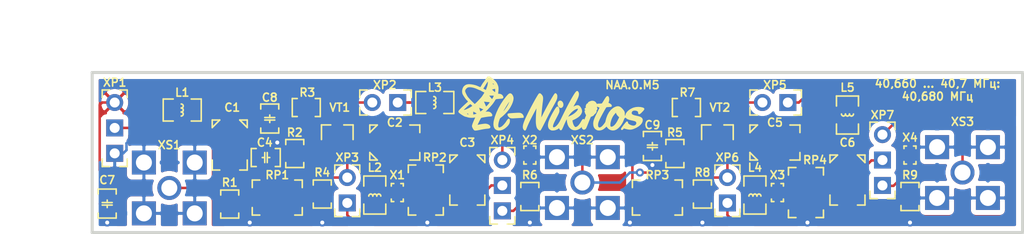
<source format=kicad_pcb>
(kicad_pcb (version 20171130) (host pcbnew "(5.1.4)-1")
  (layers (0 F.Cu signal) (31 B.Cu signal) (34 B.Paste user) (35 F.Paste user) (36 B.SilkS user) (37 F.SilkS user) (38 B.Mask user) (39 F.Mask user) (44 Edge.Cuts user))
  (net 0 "")
  (net 1 "Net-(C1-Pad2)")
  (net 2 "Net-(C1-Pad1)")
  (net 3 "Net-(C2-Pad2)")
  (net 4 "Net-(C2-Pad1)")
  (net 5 "Net-(C3-Pad2)")
  (net 6 "Net-(C3-Pad1)")
  (net 7 "Net-(L1-Pad1)")
  (net 8 "Net-(L2-Pad1)")
  (net 9 "Net-(L3-Pad1)")
  (net 10 /GND)
  (net 11 "Net-(R2-Pad2)")
  (net 12 /kaskad_1/INPUT)
  (net 13 "Net-(R4-Pad1)")
  (net 14 "Net-(R6-Pad1)")
  (net 15 "Net-(X1-Pad2)")
  (net 16 "Net-(X2-Pad2)")
  (net 17 /5V)
  (net 18 /kaskad_1/AMP_1)
  (net 19 "Net-(RP2-Pad3)")
  (net 20 "Net-(X3-Pad2)")
  (net 21 "Net-(C5-Pad2)")
  (net 22 "Net-(C5-Pad1)")
  (net 23 "Net-(C6-Pad2)")
  (net 24 "Net-(C6-Pad1)")
  (net 25 "Net-(L4-Pad1)")
  (net 26 "Net-(L5-Pad1)")
  (net 27 "Net-(R5-Pad2)")
  (net 28 /kaskad_2/INPUT)
  (net 29 /kaskad_2/AMP_1)
  (net 30 "Net-(R8-Pad1)")
  (net 31 "Net-(R9-Pad1)")
  (net 32 "Net-(RP4-Pad3)")
  (net 33 "Net-(X4-Pad2)")
  (net 34 /kaskad_2/OUTPUT)
  (module "MOTOR_RLC:Конденсатор_SMD_К10-83(0603)" (layer F.Cu) (at 170.25 69.25 270)
    (fp_text reference C9 (at -1.25 0) (layer F.SilkS) (effects (font (size 0.8 0.8) (thickness 0.16))))
    (fp_text value Конденсатор_16В_0.1_мкФ+-10проц.)
    (pad 2 smd rect (at 1.75 0 270) (size 0.5 1.25) (layers F.Cu F.Paste F.Mask) (net 10 /GND) (clearance 0.2))
    (pad 1 smd rect (at 0 0 270) (size 0.5 1.25) (layers F.Cu F.Paste F.Mask) (net 17 /5V) (clearance 0.2))
  )
  (module "MOTOR_RLC:Конденсатор_SMD_К10-83(0603)" (layer F.Cu) (at 132 66.5 270)
    (fp_text reference C8 (at -1.25 0 180) (layer F.SilkS) (effects (font (size 0.8 0.8) (thickness 0.16))))
    (fp_text value Конденсатор_16В_0.1_мкФ+-10проц.)
    (pad 2 smd rect (at 1.75 0 270) (size 0.5 1.25) (layers F.Cu F.Paste F.Mask) (net 10 /GND) (clearance 0.2))
    (pad 1 smd rect (at 0 0 270) (size 0.5 1.25) (layers F.Cu F.Paste F.Mask) (net 17 /5V) (clearance 0.2))
  )
  (module "MOTOR_RLC:Конденсатор_SMD_К10-83(0603)" (layer F.Cu) (at 115.75 75 270)
    (fp_text reference C7 (at -1.5 0 180) (layer F.SilkS) (effects (font (size 0.8 0.8) (thickness 0.16))))
    (fp_text value Конденсатор_16В_0.1_мкФ+-10проц.)
    (pad 2 smd rect (at 1.75 0 270) (size 0.5 1.25) (layers F.Cu F.Paste F.Mask) (net 10 /GND) (clearance 0.2))
    (pad 1 smd rect (at 0 0 270) (size 0.5 1.25) (layers F.Cu F.Paste F.Mask) (net 17 /5V) (clearance 0.2))
  )
  (module N_ICO:el-nikitos_19x7 (layer F.Cu) (at 160.5 66.25)
    (fp_text reference D1 hide)
    (fp_text value LOGO hide)
  )
  (module N_X:Вилка_PLS2_вертикальная (layer F.Cu) (at 181.25 65.75)
    (fp_text reference XP5 (at 1.25 -1.75) (layer F.SilkS) (effects (font (size 0.8 0.8) (thickness 0.16))))
    (fp_text value Вилка_PLS-2)
    (pad 2 thru_hole rect (at 2.54 0) (size 1.7 1.7) (drill 1) (layers *.Cu *.Mask) (net 26 "Net-(L5-Pad1)"))
    (pad 1 thru_hole circle (at 0 0) (size 1.7 1.7) (drill 1) (layers *.Cu *.Mask) (net 29 /kaskad_2/AMP_1))
  )
  (module MOTOR_RLC:Резистор_SMD_0603-0,075_Вт (layer F.Cu) (at 172.5 71.75 90)
    (fp_text reference R5 (at 3 0 180) (layer F.SilkS) (effects (font (size 0.8 0.8) (thickness 0.16))))
    (fp_text value Резистор_1_кОм±5%_0,1Вт)
    (pad 2 smd rect (at 1.75 0 90) (size 0.5 1.25) (layers F.Cu F.Paste F.Mask) (net 27 "Net-(R5-Pad2)") (clearance 0.2))
    (pad 1 smd rect (at 0 0 90) (size 0.5 1.25) (layers F.Cu F.Paste F.Mask) (net 28 /kaskad_2/INPUT) (clearance 0.2))
  )
  (module N_X:Розетка_KLS1-SMA001 (layer F.Cu) (at 198.71 70.21)
    (fp_text reference XS3 (at 2.54 -2.54) (layer F.SilkS) (effects (font (size 0.8 0.8) (thickness 0.16))))
    (fp_text value Розетка_KLS1-SMA001)
    (pad 2 thru_hole rect (at 5.08 5.08) (size 2.4 2.4) (drill 1.6) (layers *.Cu *.Mask) (net 10 /GND))
    (pad 2 thru_hole rect (at 0 5.08) (size 2.4 2.4) (drill 1.6) (layers *.Cu *.Mask) (net 10 /GND))
    (pad 1 thru_hole circle (at 2.54 2.54) (size 2.4 2.4) (drill 1.6) (layers *.Cu *.Mask) (net 34 /kaskad_2/OUTPUT))
    (pad 2 thru_hole rect (at 5.08 0) (size 2.4 2.4) (drill 1.6) (layers *.Cu *.Mask) (net 10 /GND))
    (pad 2 thru_hole rect (at 0 0) (size 2.4 2.4) (drill 1.6) (layers *.Cu *.Mask) (net 10 /GND))
  )
  (module N_X:Розетка_KLS1-SMA001 (layer F.Cu) (at 160.71 71.21)
    (fp_text reference XS2 (at 2.54 -1.71) (layer F.SilkS) (effects (font (size 0.8 0.8) (thickness 0.16))))
    (fp_text value Розетка_KLS1-SMA001)
    (pad 2 thru_hole rect (at 5.08 5.08) (size 2.4 2.4) (drill 1.6) (layers *.Cu *.Mask) (net 10 /GND))
    (pad 2 thru_hole rect (at 0 5.08) (size 2.4 2.4) (drill 1.6) (layers *.Cu *.Mask) (net 10 /GND))
    (pad 1 thru_hole circle (at 2.54 2.54) (size 2.4 2.4) (drill 1.6) (layers *.Cu *.Mask) (net 28 /kaskad_2/INPUT))
    (pad 2 thru_hole rect (at 5.08 0) (size 2.4 2.4) (drill 1.6) (layers *.Cu *.Mask) (net 10 /GND))
    (pad 2 thru_hole rect (at 0 0) (size 2.4 2.4) (drill 1.6) (layers *.Cu *.Mask) (net 10 /GND))
  )
  (module N_X:Вилка_PLS3_вертикальная (layer F.Cu) (at 193.25 68.96 270)
    (fp_text reference XP7 (at -1.96 0 180) (layer F.SilkS) (effects (font (size 0.8 0.8) (thickness 0.16))))
    (fp_text value Вилка_PLS-3)
    (pad 3 thru_hole rect (at 5.08 0 270) (size 1.7 1.7) (drill 1) (layers *.Cu *.Mask) (net 31 "Net-(R9-Pad1)"))
    (pad 2 thru_hole rect (at 2.54 0 270) (size 1.7 1.7) (drill 1) (layers *.Cu *.Mask) (net 23 "Net-(C6-Pad2)"))
    (pad 1 thru_hole circle (at 0 0 270) (size 1.7 1.7) (drill 1) (layers *.Cu *.Mask) (net 34 /kaskad_2/OUTPUT))
  )
  (module N_X:Вилка_PLS2_вертикальная (layer F.Cu) (at 177.75 73.25 270)
    (fp_text reference XP6 (at -2 0 180) (layer F.SilkS) (effects (font (size 0.8 0.8) (thickness 0.16))))
    (fp_text value Вилка_PLS-2)
    (pad 2 thru_hole rect (at 2.54 0 270) (size 1.7 1.7) (drill 1) (layers *.Cu *.Mask) (net 25 "Net-(L4-Pad1)"))
    (pad 1 thru_hole circle (at 0 0 270) (size 1.7 1.7) (drill 1) (layers *.Cu *.Mask) (net 30 "Net-(R8-Pad1)"))
  )
  (module MOTOR_X:Пробник (layer F.Cu) (at 196 71 90)
    (fp_text reference X4 (at 1.75 0 180) (layer F.SilkS) (effects (font (size 0.8 0.8) (thickness 0.16))))
    (fp_text value Контрольная_точка_сопряжения)
    (fp_poly (pts (xy -0.5 -0.5) (xy 0.5 -0.5) (xy 0.5 0.5) (xy -0.5 0.5)) (layer F.Cu) (width 0))
    (pad 1 smd oval (at -0.5 0 90) (size 0.5 1) (layers F.Cu F.Paste F.Mask) (net 31 "Net-(R9-Pad1)"))
    (pad 2 smd oval (at 0.5 0 90) (size 0.5 1) (layers F.Cu F.Paste F.Mask) (net 33 "Net-(X4-Pad2)"))
  )
  (module MOTOR_X:Пробник (layer F.Cu) (at 182.75 74.75 270)
    (fp_text reference X3 (at -1.75 0 180) (layer F.SilkS) (effects (font (size 0.8 0.8) (thickness 0.16))))
    (fp_text value Контрольная_точка_сопряжения)
    (fp_poly (pts (xy -0.5 -0.5) (xy 0.5 -0.5) (xy 0.5 0.5) (xy -0.5 0.5)) (layer F.Cu) (width 0))
    (pad 1 smd oval (at -0.5 0 270) (size 0.5 1) (layers F.Cu F.Paste F.Mask) (net 21 "Net-(C5-Pad2)"))
    (pad 2 smd oval (at 0.5 0 270) (size 0.5 1) (layers F.Cu F.Paste F.Mask) (net 20 "Net-(X3-Pad2)"))
  )
  (module MOTOR_VD_VT_HL:Корпус_КТ-46 (layer F.Cu) (at 176.75 68.75 90)
    (fp_text reference VT2 (at 2.5 0.25 180) (layer F.SilkS) (effects (font (size 0.8 0.8) (thickness 0.16))))
    (fp_text value Транзистор_КТ368Б9)
    (pad 3 smd rect (at 1.25 0 90) (size 1 0.8) (layers F.Cu F.Paste F.Mask) (net 29 /kaskad_2/AMP_1))
    (pad 2 smd rect (at -1.25 1 90) (size 1 0.8) (layers F.Cu F.Paste F.Mask) (net 30 "Net-(R8-Pad1)"))
    (pad 1 smd rect (at -1.25 -1 90) (size 1 0.8) (layers F.Cu F.Paste F.Mask) (net 27 "Net-(R5-Pad2)"))
  )
  (module MOTOR_IMPORT_OTK:резистор_подстроечный_PVZ3A334 (layer F.Cu) (at 185.6 75 180)
    (fp_text reference RP4 (at -0.9 3.5) (layer F.SilkS) (effects (font (size 0.8 0.8) (thickness 0.16))))
    (fp_text value Резистор_подстроечный_PVA3A102)
    (pad 2 smd rect (at 0 -1.5 180) (size 1 1.5) (layers F.Cu F.Paste F.Mask) (net 10 /GND))
    (pad 1 smd rect (at -0.9 1.5 180) (size 1 1.5) (layers F.Cu F.Paste F.Mask) (net 21 "Net-(C5-Pad2)"))
    (pad 3 smd rect (at 0.9 1.5 180) (size 1 1.5) (layers F.Cu F.Paste F.Mask) (net 32 "Net-(RP4-Pad3)"))
  )
  (module MOTOR_IMPORT_OTK:резистор_подстроечный_PVZ3A334 (layer F.Cu) (at 171 75.25 270)
    (fp_text reference RP3 (at -2.25 0.25 180) (layer F.SilkS) (effects (font (size 0.8 0.8) (thickness 0.16))))
    (fp_text value Резистор_подстроечный_PVZ3A105)
    (pad 2 smd rect (at 0 -1.5 270) (size 1 1.5) (layers F.Cu F.Paste F.Mask) (net 28 /kaskad_2/INPUT))
    (pad 1 smd rect (at -0.9 1.5 270) (size 1 1.5) (layers F.Cu F.Paste F.Mask) (net 17 /5V))
    (pad 3 smd rect (at 0.9 1.5 270) (size 1 1.5) (layers F.Cu F.Paste F.Mask) (net 10 /GND))
  )
  (module MOTOR_RLC:Резистор_SMD_0603-0,075_Вт (layer F.Cu) (at 196 74.25 270)
    (fp_text reference R9 (at -1.25 0 180) (layer F.SilkS) (effects (font (size 0.8 0.8) (thickness 0.16))))
    (fp_text value Резистор_470_Ом±5%_0,1Вт)
    (pad 2 smd rect (at 1.75 0 270) (size 0.5 1.25) (layers F.Cu F.Paste F.Mask) (net 10 /GND) (clearance 0.2))
    (pad 1 smd rect (at 0 0 270) (size 0.5 1.25) (layers F.Cu F.Paste F.Mask) (net 31 "Net-(R9-Pad1)") (clearance 0.2))
  )
  (module MOTOR_RLC:Резистор_SMD_0603-0,075_Вт (layer F.Cu) (at 175.25 74 270)
    (fp_text reference R8 (at -1.25 0 180) (layer F.SilkS) (effects (font (size 0.8 0.8) (thickness 0.16))))
    (fp_text value Резистор_10_кОм±5%_0,1Вт)
    (pad 2 smd rect (at 1.75 0 270) (size 0.5 1.25) (layers F.Cu F.Paste F.Mask) (net 10 /GND) (clearance 0.2))
    (pad 1 smd rect (at 0 0 270) (size 0.5 1.25) (layers F.Cu F.Paste F.Mask) (net 30 "Net-(R8-Pad1)") (clearance 0.2))
  )
  (module MOTOR_RLC:Резистор_SMD_0603-0,075_Вт (layer F.Cu) (at 172.75 66.25)
    (fp_text reference R7 (at 1 -1.5) (layer F.SilkS) (effects (font (size 0.8 0.8) (thickness 0.16))))
    (fp_text value Резистор_10_кОм±5%_0,1Вт)
    (pad 2 smd rect (at 1.75 0) (size 0.5 1.25) (layers F.Cu F.Paste F.Mask) (net 29 /kaskad_2/AMP_1) (clearance 0.2))
    (pad 1 smd rect (at 0 0) (size 0.5 1.25) (layers F.Cu F.Paste F.Mask) (net 17 /5V) (clearance 0.2))
  )
  (module N_RLC:Чип-индуктивность_SMD_0805 (layer F.Cu) (at 189.75 66 270)
    (fp_text reference L5 (at -1.75 0 180) (layer F.SilkS) (effects (font (size 0.8 0.8) (thickness 0.16))))
    (fp_text value Чип-индуктивность_2,2_мкГн±10%)
    (pad 2 smd rect (at 2 0 270) (size 1 1.5) (layers F.Cu F.Paste F.Mask) (net 24 "Net-(C6-Pad1)") (clearance 0.2))
    (pad 1 smd rect (at 0 0 270) (size 1 1.5) (layers F.Cu F.Paste F.Mask) (net 26 "Net-(L5-Pad1)") (clearance 0.2))
  )
  (module N_RLC:Чип-индуктивность_SMD_0805 (layer F.Cu) (at 180.5 76 90)
    (fp_text reference L4 (at 3.75 0 180) (layer F.SilkS) (effects (font (size 0.8 0.8) (thickness 0.16))))
    (fp_text value Чип-индуктивность_2,2_мкГн±10%)
    (pad 2 smd rect (at 2 0 90) (size 1 1.5) (layers F.Cu F.Paste F.Mask) (net 22 "Net-(C5-Pad1)") (clearance 0.2))
    (pad 1 smd rect (at 0 0 90) (size 1 1.5) (layers F.Cu F.Paste F.Mask) (net 25 "Net-(L4-Pad1)") (clearance 0.2))
  )
  (module N_RLC:Конденсатор_подстроечный_TZC3 (layer F.Cu) (at 189.75 71.25 270)
    (fp_text reference C6 (at -1.5 0 180) (layer F.SilkS) (effects (font (size 0.8 0.8) (thickness 0.16))))
    (fp_text value Конденсатор_подстроечный_TZC3R100A110)
    (pad 2 smd rect (at 4.5 0 270) (size 1.5 1.5) (layers F.Cu F.Paste F.Mask) (net 23 "Net-(C6-Pad2)"))
    (pad 1 smd rect (at 0 0 270) (size 1.5 1.5) (layers F.Cu F.Paste F.Mask) (net 24 "Net-(C6-Pad1)"))
  )
  (module N_RLC:Конденсатор_подстроечный_TZC3 (layer F.Cu) (at 180.25 69.75)
    (fp_text reference C5 (at 2.25 -2) (layer F.SilkS) (effects (font (size 0.8 0.8) (thickness 0.16))))
    (fp_text value Конденсатор_подстроечный_TZC3R100A110)
    (pad 2 smd rect (at 4.5 0) (size 1.5 1.5) (layers F.Cu F.Paste F.Mask) (net 21 "Net-(C5-Pad2)"))
    (pad 1 smd rect (at 0 0) (size 1.5 1.5) (layers F.Cu F.Paste F.Mask) (net 22 "Net-(C5-Pad1)"))
  )
  (module N_X:Вилка_PLS3_вертикальная (layer F.Cu) (at 116.5 65.75 270)
    (fp_text reference XP1 (at -2 0 180) (layer F.SilkS) (effects (font (size 0.8 0.8) (thickness 0.16))))
    (fp_text value Вилка_PLS-3)
    (pad 3 thru_hole rect (at 5.08 0 270) (size 1.7 1.7) (drill 1) (layers *.Cu *.Mask) (net 10 /GND))
    (pad 2 thru_hole rect (at 2.54 0 270) (size 1.7 1.7) (drill 1) (layers *.Cu *.Mask) (net 7 "Net-(L1-Pad1)"))
    (pad 1 thru_hole circle (at 0 0 270) (size 1.7 1.7) (drill 1) (layers *.Cu *.Mask) (net 17 /5V))
  )
  (module N_X:Розетка_KLS1-SMA001 (layer F.Cu) (at 119.42 71.75)
    (fp_text reference XS1 (at 2.54 -1.75) (layer F.SilkS) (effects (font (size 0.8 0.8) (thickness 0.16))))
    (fp_text value Розетка_KLS1-SMA001)
    (pad 2 thru_hole rect (at 5.08 5.08) (size 2.4 2.4) (drill 1.6) (layers *.Cu *.Mask) (net 10 /GND))
    (pad 2 thru_hole rect (at 0 5.08) (size 2.4 2.4) (drill 1.6) (layers *.Cu *.Mask) (net 10 /GND))
    (pad 1 thru_hole circle (at 2.54 2.54) (size 2.4 2.4) (drill 1.6) (layers *.Cu *.Mask) (net 1 "Net-(C1-Pad2)"))
    (pad 2 thru_hole rect (at 5.08 0) (size 2.4 2.4) (drill 1.6) (layers *.Cu *.Mask) (net 10 /GND))
    (pad 2 thru_hole rect (at 0 0) (size 2.4 2.4) (drill 1.6) (layers *.Cu *.Mask) (net 10 /GND))
  )
  (module MOTOR_IMPORT_OTK:резистор_подстроечный_PVZ3A334 (layer F.Cu) (at 147.6 74.75 180)
    (fp_text reference RP2 (at -0.9 3.5) (layer F.SilkS) (effects (font (size 0.8 0.8) (thickness 0.16))))
    (fp_text value Резистор_подстроечный_PVA3A102)
    (pad 2 smd rect (at 0 -1.5 180) (size 1 1.5) (layers F.Cu F.Paste F.Mask) (net 10 /GND))
    (pad 1 smd rect (at -0.9 1.5 180) (size 1 1.5) (layers F.Cu F.Paste F.Mask) (net 3 "Net-(C2-Pad2)"))
    (pad 3 smd rect (at 0.9 1.5 180) (size 1 1.5) (layers F.Cu F.Paste F.Mask) (net 19 "Net-(RP2-Pad3)"))
  )
  (module "MOTOR_RLC:Конденсатор_SMD_К10-83(0603)" (layer F.Cu) (at 130.75 71.25)
    (fp_text reference C4 (at 0.75 -1.5 180) (layer F.SilkS) (effects (font (size 0.8 0.8) (thickness 0.16))))
    (fp_text value Конденсатор_16В_0.1_мкФ+-10проц.)
    (pad 2 smd rect (at 1.75 0) (size 0.5 1.25) (layers F.Cu F.Paste F.Mask) (net 12 /kaskad_1/INPUT) (clearance 0.2))
    (pad 1 smd rect (at 0 0) (size 0.5 1.25) (layers F.Cu F.Paste F.Mask) (net 1 "Net-(C1-Pad2)") (clearance 0.2))
  )
  (module N_X:Вилка_PLS3_вертикальная (layer F.Cu) (at 155.25 71.5 270)
    (fp_text reference XP4 (at -2 0 180) (layer F.SilkS) (effects (font (size 0.8 0.8) (thickness 0.16))))
    (fp_text value Вилка_PLS-3)
    (pad 3 thru_hole rect (at 5.08 0 270) (size 1.7 1.7) (drill 1) (layers *.Cu *.Mask) (net 14 "Net-(R6-Pad1)"))
    (pad 2 thru_hole rect (at 2.54 0 270) (size 1.7 1.7) (drill 1) (layers *.Cu *.Mask) (net 5 "Net-(C3-Pad2)"))
    (pad 1 thru_hole circle (at 0 0 270) (size 1.7 1.7) (drill 1) (layers *.Cu *.Mask) (net 28 /kaskad_2/INPUT))
  )
  (module N_X:Вилка_PLS2_вертикальная (layer F.Cu) (at 139.75 73.25 270)
    (fp_text reference XP3 (at -2 0 180) (layer F.SilkS) (effects (font (size 0.8 0.8) (thickness 0.16))))
    (fp_text value Вилка_PLS-2)
    (pad 2 thru_hole rect (at 2.54 0 270) (size 1.7 1.7) (drill 1) (layers *.Cu *.Mask) (net 8 "Net-(L2-Pad1)"))
    (pad 1 thru_hole circle (at 0 0 270) (size 1.7 1.7) (drill 1) (layers *.Cu *.Mask) (net 13 "Net-(R4-Pad1)"))
  )
  (module N_X:Вилка_PLS2_вертикальная (layer F.Cu) (at 142.25 65.75)
    (fp_text reference XP2 (at 1.25 -1.75) (layer F.SilkS) (effects (font (size 0.8 0.8) (thickness 0.16))))
    (fp_text value Вилка_PLS-2)
    (pad 2 thru_hole rect (at 2.54 0) (size 1.7 1.7) (drill 1) (layers *.Cu *.Mask) (net 9 "Net-(L3-Pad1)"))
    (pad 1 thru_hole circle (at 0 0) (size 1.7 1.7) (drill 1) (layers *.Cu *.Mask) (net 18 /kaskad_1/AMP_1))
  )
  (module MOTOR_X:Пробник (layer F.Cu) (at 158 71 90)
    (fp_text reference X2 (at 1.5 0 180) (layer F.SilkS) (effects (font (size 0.8 0.8) (thickness 0.16))))
    (fp_text value Контрольная_точка_сопряжения)
    (fp_poly (pts (xy -0.5 -0.5) (xy 0.5 -0.5) (xy 0.5 0.5) (xy -0.5 0.5)) (layer F.Cu) (width 0))
    (pad 1 smd oval (at -0.5 0 90) (size 0.5 1) (layers F.Cu F.Paste F.Mask) (net 14 "Net-(R6-Pad1)"))
    (pad 2 smd oval (at 0.5 0 90) (size 0.5 1) (layers F.Cu F.Paste F.Mask) (net 16 "Net-(X2-Pad2)"))
  )
  (module MOTOR_X:Пробник (layer F.Cu) (at 144.75 74.75 270)
    (fp_text reference X1 (at -1.75 0 180) (layer F.SilkS) (effects (font (size 0.8 0.8) (thickness 0.16))))
    (fp_text value Контрольная_точка_сопряжения)
    (fp_poly (pts (xy -0.5 -0.5) (xy 0.5 -0.5) (xy 0.5 0.5) (xy -0.5 0.5)) (layer F.Cu) (width 0))
    (pad 1 smd oval (at -0.5 0 270) (size 0.5 1) (layers F.Cu F.Paste F.Mask) (net 3 "Net-(C2-Pad2)"))
    (pad 2 smd oval (at 0.5 0 270) (size 0.5 1) (layers F.Cu F.Paste F.Mask) (net 15 "Net-(X1-Pad2)"))
  )
  (module MOTOR_VD_VT_HL:Корпус_КТ-46 (layer F.Cu) (at 138.75 68.75 90)
    (fp_text reference VT1 (at 2.5 0.25 180) (layer F.SilkS) (effects (font (size 0.8 0.8) (thickness 0.16))))
    (fp_text value Транзистор_КТ368Б9)
    (pad 3 smd rect (at 1.25 0 90) (size 1 0.8) (layers F.Cu F.Paste F.Mask) (net 18 /kaskad_1/AMP_1))
    (pad 2 smd rect (at -1.25 1 90) (size 1 0.8) (layers F.Cu F.Paste F.Mask) (net 13 "Net-(R4-Pad1)"))
    (pad 1 smd rect (at -1.25 -1 90) (size 1 0.8) (layers F.Cu F.Paste F.Mask) (net 11 "Net-(R2-Pad2)"))
  )
  (module MOTOR_IMPORT_OTK:резистор_подстроечный_PVZ3A334 (layer F.Cu) (at 133 75.25 270)
    (fp_text reference RP1 (at -2.25 0.25 180) (layer F.SilkS) (effects (font (size 0.8 0.8) (thickness 0.16))))
    (fp_text value Резистор_подстроечный_PVZ3A105)
    (pad 2 smd rect (at 0 -1.5 270) (size 1 1.5) (layers F.Cu F.Paste F.Mask) (net 12 /kaskad_1/INPUT))
    (pad 1 smd rect (at -0.9 1.5 270) (size 1 1.5) (layers F.Cu F.Paste F.Mask) (net 17 /5V))
    (pad 3 smd rect (at 0.9 1.5 270) (size 1 1.5) (layers F.Cu F.Paste F.Mask) (net 10 /GND))
  )
  (module MOTOR_RLC:Резистор_SMD_0603-0,075_Вт (layer F.Cu) (at 158 74.25 270)
    (fp_text reference R6 (at -1.25 0 180) (layer F.SilkS) (effects (font (size 0.8 0.8) (thickness 0.16))))
    (fp_text value Резистор_470_Ом±5%_0,1Вт)
    (pad 2 smd rect (at 1.75 0 270) (size 0.5 1.25) (layers F.Cu F.Paste F.Mask) (net 10 /GND) (clearance 0.2))
    (pad 1 smd rect (at 0 0 270) (size 0.5 1.25) (layers F.Cu F.Paste F.Mask) (net 14 "Net-(R6-Pad1)") (clearance 0.2))
  )
  (module MOTOR_RLC:Резистор_SMD_0603-0,075_Вт (layer F.Cu) (at 137.25 74 270)
    (fp_text reference R4 (at -1.25 0 180) (layer F.SilkS) (effects (font (size 0.8 0.8) (thickness 0.16))))
    (fp_text value Резистор_10_кОм±5%_0,1Вт)
    (pad 2 smd rect (at 1.75 0 270) (size 0.5 1.25) (layers F.Cu F.Paste F.Mask) (net 10 /GND) (clearance 0.2))
    (pad 1 smd rect (at 0 0 270) (size 0.5 1.25) (layers F.Cu F.Paste F.Mask) (net 13 "Net-(R4-Pad1)") (clearance 0.2))
  )
  (module MOTOR_RLC:Резистор_SMD_0603-0,075_Вт (layer F.Cu) (at 134.75 66.25)
    (fp_text reference R3 (at 1 -1.5) (layer F.SilkS) (effects (font (size 0.8 0.8) (thickness 0.16))))
    (fp_text value Резистор_10_кОм±5%_0,1Вт)
    (pad 2 smd rect (at 1.75 0) (size 0.5 1.25) (layers F.Cu F.Paste F.Mask) (net 18 /kaskad_1/AMP_1) (clearance 0.2))
    (pad 1 smd rect (at 0 0) (size 0.5 1.25) (layers F.Cu F.Paste F.Mask) (net 17 /5V) (clearance 0.2))
  )
  (module MOTOR_RLC:Резистор_SMD_0603-0,075_Вт (layer F.Cu) (at 134.5 71.75 90)
    (fp_text reference R2 (at 3 0 180) (layer F.SilkS) (effects (font (size 0.8 0.8) (thickness 0.16))))
    (fp_text value Резистор_1_кОм±5%_0,1Вт)
    (pad 2 smd rect (at 1.75 0 90) (size 0.5 1.25) (layers F.Cu F.Paste F.Mask) (net 11 "Net-(R2-Pad2)") (clearance 0.2))
    (pad 1 smd rect (at 0 0 90) (size 0.5 1.25) (layers F.Cu F.Paste F.Mask) (net 12 /kaskad_1/INPUT) (clearance 0.2))
  )
  (module MOTOR_RLC:Резистор_SMD_0603-0,075_Вт (layer F.Cu) (at 128 75 270)
    (fp_text reference R1 (at -1.25 0 180) (layer F.SilkS) (effects (font (size 0.8 0.8) (thickness 0.16))))
    (fp_text value Резистор_47_Ом±5%_0,1Вт)
    (pad 2 smd rect (at 1.75 0 270) (size 0.5 1.25) (layers F.Cu F.Paste F.Mask) (net 10 /GND) (clearance 0.2))
    (pad 1 smd rect (at 0 0 270) (size 0.5 1.25) (layers F.Cu F.Paste F.Mask) (net 1 "Net-(C1-Pad2)") (clearance 0.2))
  )
  (module N_RLC:Чип-индуктивность_SMD_0805 (layer F.Cu) (at 147.5 65.75)
    (fp_text reference L3 (at 1 -1.5) (layer F.SilkS) (effects (font (size 0.8 0.8) (thickness 0.16))))
    (fp_text value Чип-индуктивность_2,2_мкГн±10%)
    (pad 2 smd rect (at 2 0) (size 1 1.5) (layers F.Cu F.Paste F.Mask) (net 6 "Net-(C3-Pad1)") (clearance 0.2))
    (pad 1 smd rect (at 0 0) (size 1 1.5) (layers F.Cu F.Paste F.Mask) (net 9 "Net-(L3-Pad1)") (clearance 0.2))
  )
  (module N_RLC:Чип-индуктивность_SMD_0805 (layer F.Cu) (at 142.5 76 90)
    (fp_text reference L2 (at 3.75 0 180) (layer F.SilkS) (effects (font (size 0.8 0.8) (thickness 0.16))))
    (fp_text value Чип-индуктивность_2,2_мкГн±10%)
    (pad 2 smd rect (at 2 0 90) (size 1 1.5) (layers F.Cu F.Paste F.Mask) (net 4 "Net-(C2-Pad1)") (clearance 0.2))
    (pad 1 smd rect (at 0 0 90) (size 1 1.5) (layers F.Cu F.Paste F.Mask) (net 8 "Net-(L2-Pad1)") (clearance 0.2))
  )
  (module N_RLC:Чип-индуктивность_SMD_0805 (layer F.Cu) (at 122.25 66.5)
    (fp_text reference L1 (at 1 -1.75) (layer F.SilkS) (effects (font (size 0.8 0.8) (thickness 0.16))))
    (fp_text value Чип-индуктивность_2,2_мкГн±10%)
    (pad 2 smd rect (at 2 0) (size 1 1.5) (layers F.Cu F.Paste F.Mask) (net 2 "Net-(C1-Pad1)") (clearance 0.2))
    (pad 1 smd rect (at 0 0) (size 1 1.5) (layers F.Cu F.Paste F.Mask) (net 7 "Net-(L1-Pad1)") (clearance 0.2))
  )
  (module N_RLC:Конденсатор_подстроечный_TZC3 (layer F.Cu) (at 151.75 71.25 270)
    (fp_text reference C3 (at -1.5 0 180) (layer F.SilkS) (effects (font (size 0.8 0.8) (thickness 0.16))))
    (fp_text value Конденсатор_подстроечный_TZC3R100A110)
    (pad 2 smd rect (at 4.5 0 270) (size 1.5 1.5) (layers F.Cu F.Paste F.Mask) (net 5 "Net-(C3-Pad2)"))
    (pad 1 smd rect (at 0 0 270) (size 1.5 1.5) (layers F.Cu F.Paste F.Mask) (net 6 "Net-(C3-Pad1)"))
  )
  (module N_RLC:Конденсатор_подстроечный_TZC3 (layer F.Cu) (at 142.25 69.75)
    (fp_text reference C2 (at 2.25 -2) (layer F.SilkS) (effects (font (size 0.8 0.8) (thickness 0.16))))
    (fp_text value Конденсатор_подстроечный_TZC3R100A110)
    (pad 2 smd rect (at 4.5 0) (size 1.5 1.5) (layers F.Cu F.Paste F.Mask) (net 3 "Net-(C2-Pad2)"))
    (pad 1 smd rect (at 0 0) (size 1.5 1.5) (layers F.Cu F.Paste F.Mask) (net 4 "Net-(C2-Pad1)"))
  )
  (module N_RLC:Конденсатор_подстроечный_TZC3 (layer F.Cu) (at 128 67.75 270)
    (fp_text reference C1 (at -1.5 -0.25 180) (layer F.SilkS) (effects (font (size 0.8 0.8) (thickness 0.16))))
    (fp_text value Конденсатор_подстроечный_TZC3R100A110)
    (pad 2 smd rect (at 4.5 0 270) (size 1.5 1.5) (layers F.Cu F.Paste F.Mask) (net 1 "Net-(C1-Pad2)"))
    (pad 1 smd rect (at 0 0 270) (size 1.5 1.5) (layers F.Cu F.Paste F.Mask) (net 2 "Net-(C1-Pad1)"))
  )
  (gr_text NAA.0.M5 (at 168.25 64) (layer F.SilkS) (effects (font (size 0.8 0.8) (thickness 0.16))))
  (gr_line (start 207.25 62.75) (end 114.25 62.75) (layer Edge.Cuts) (width 0.3))
  (gr_line (start 207.25 78.75) (end 207.25 62.75) (layer Edge.Cuts) (width 0.3))
  (gr_line (start 114.25 78.75) (end 207.25 78.75) (layer Edge.Cuts) (width 0.3))
  (gr_line (start 114.25 62.75) (end 114.25 78.75) (layer Edge.Cuts) (width 0.3))
  (gr_text "40,660 ... 40,7 МГц:\n40,680 МГц" (at 198.75 64.5) (layer F.SilkS) (effects (font (size 0.8 0.8) (thickness 0.16))))
  (segment (start 130.75 71.25) (end 130 71.25) (width 0.25) (layer F.Cu) (net 1))
  (segment (start 130 71.25) (end 129.75 71.5) (width 0.25) (layer F.Cu) (net 1))
  (segment (start 129.75 71.5) (end 129.75 73.25) (width 0.25) (layer F.Cu) (net 1))
  (segment (start 129.75 73.25) (end 129.25 73.75) (width 0.25) (layer F.Cu) (net 1))
  (segment (start 128.25 73.75) (end 128 73.5) (width 0.25) (layer F.Cu) (net 1))
  (segment (start 129.25 73.75) (end 128.25 73.75) (width 0.25) (layer F.Cu) (net 1))
  (segment (start 128 73.5) (end 128 72.25) (width 0.25) (layer F.Cu) (net 1))
  (segment (start 128 74) (end 128.25 73.75) (width 0.25) (layer F.Cu) (net 1))
  (segment (start 128 74.25) (end 128 74) (width 0.25) (layer F.Cu) (net 1))
  (segment (start 128 75) (end 128 74.25) (width 0.25) (layer F.Cu) (net 1))
  (segment (start 128 73.75) (end 128 73.5) (width 0.25) (layer F.Cu) (net 1))
  (segment (start 128 74.25) (end 128 73.75) (width 0.25) (layer F.Cu) (net 1))
  (segment (start 121.96 74.29) (end 126.71 74.29) (width 0.25) (layer F.Cu) (net 1))
  (segment (start 126.71 74.29) (end 127.25 73.75) (width 0.25) (layer F.Cu) (net 1))
  (segment (start 127.75 73.75) (end 128 73.5) (width 0.25) (layer F.Cu) (net 1))
  (segment (start 127.5 73.75) (end 127.75 73.75) (width 0.25) (layer F.Cu) (net 1))
  (segment (start 127.5 73.75) (end 128 73.75) (width 0.25) (layer F.Cu) (net 1))
  (segment (start 127.25 73.75) (end 127.5 73.75) (width 0.25) (layer F.Cu) (net 1))
  (segment (start 128 74) (end 127.75 73.75) (width 0.25) (layer F.Cu) (net 1))
  (segment (start 128 66.75) (end 128 67.75) (width 0.25) (layer F.Cu) (net 2))
  (segment (start 127.75 66.5) (end 128 66.75) (width 0.25) (layer F.Cu) (net 2))
  (segment (start 124.25 66.5) (end 126.5 66.5) (width 0.25) (layer F.Cu) (net 2))
  (segment (start 126.5 66.5) (end 127.75 66.5) (width 0.25) (layer F.Cu) (net 2))
  (segment (start 148 69.75) (end 146.75 69.75) (width 0.25) (layer F.Cu) (net 3))
  (segment (start 148.5 70.25) (end 148 69.75) (width 0.25) (layer F.Cu) (net 3))
  (segment (start 148.25 72) (end 148.5 71.75) (width 0.25) (layer F.Cu) (net 3))
  (segment (start 145.25 72) (end 148.25 72) (width 0.25) (layer F.Cu) (net 3))
  (segment (start 144.75 72.5) (end 145.25 72) (width 0.25) (layer F.Cu) (net 3))
  (segment (start 144.75 74.25) (end 144.75 72.5) (width 0.25) (layer F.Cu) (net 3))
  (segment (start 148.5 73.5) (end 148.5 71.75) (width 0.25) (layer F.Cu) (net 3))
  (segment (start 148.5 71.75) (end 148.5 70.25) (width 0.25) (layer F.Cu) (net 3))
  (segment (start 148.5 72.25) (end 148.25 72) (width 0.25) (layer F.Cu) (net 3))
  (segment (start 148.5 73.5) (end 148.5 72.25) (width 0.25) (layer F.Cu) (net 3))
  (segment (start 148.5 72.25) (end 148.5 73.25) (width 0.25) (layer F.Cu) (net 3))
  (segment (start 141.25 69.75) (end 142.25 69.75) (width 0.25) (layer F.Cu) (net 4))
  (segment (start 141 70) (end 141.25 69.75) (width 0.25) (layer F.Cu) (net 4))
  (segment (start 142.5 72.75) (end 141 71.25) (width 0.25) (layer F.Cu) (net 4))
  (segment (start 142.5 74) (end 142.5 72.75) (width 0.25) (layer F.Cu) (net 4))
  (segment (start 141 71.25) (end 141 70) (width 0.25) (layer F.Cu) (net 4))
  (segment (start 151.75 75.75) (end 151.75 76.75) (width 0.25) (layer F.Cu) (net 5))
  (segment (start 151.75 76.75) (end 152 77) (width 0.25) (layer F.Cu) (net 5))
  (segment (start 152 77) (end 153.25 77) (width 0.25) (layer F.Cu) (net 5))
  (segment (start 153.25 77) (end 153.75 76.5) (width 0.25) (layer F.Cu) (net 5))
  (segment (start 153.75 74.44) (end 153.75 74.5) (width 0.25) (layer F.Cu) (net 5))
  (segment (start 154.15 74.04) (end 153.75 74.44) (width 0.25) (layer F.Cu) (net 5))
  (segment (start 155.25 74.04) (end 154.15 74.04) (width 0.25) (layer F.Cu) (net 5))
  (segment (start 153.75 76.5) (end 153.75 74.5) (width 0.25) (layer F.Cu) (net 5))
  (segment (start 151.75 66.25) (end 151.75 71.25) (width 0.25) (layer F.Cu) (net 6))
  (segment (start 149.5 65.75) (end 151.25 65.75) (width 0.25) (layer F.Cu) (net 6))
  (segment (start 151.25 65.75) (end 151.75 66.25) (width 0.25) (layer F.Cu) (net 6))
  (segment (start 118.04 68.29) (end 119.21 68.29) (width 0.25) (layer F.Cu) (net 7))
  (segment (start 116.25 68.29) (end 118.04 68.29) (width 0.25) (layer F.Cu) (net 7))
  (segment (start 121 66.5) (end 122.25 66.5) (width 0.25) (layer F.Cu) (net 7))
  (segment (start 119.21 68.29) (end 121 66.5) (width 0.25) (layer F.Cu) (net 7))
  (segment (start 139.75 75.79) (end 139.75 77) (width 0.25) (layer F.Cu) (net 8))
  (segment (start 139.75 77) (end 140 77.25) (width 0.25) (layer F.Cu) (net 8))
  (segment (start 140 77.25) (end 142.25 77.25) (width 0.25) (layer F.Cu) (net 8))
  (segment (start 142.5 77) (end 142.5 76) (width 0.25) (layer F.Cu) (net 8))
  (segment (start 142.25 77.25) (end 142.5 77) (width 0.25) (layer F.Cu) (net 8))
  (segment (start 144.79 65.75) (end 146 65.75) (width 0.25) (layer F.Cu) (net 9))
  (segment (start 145.79 65.75) (end 146 65.75) (width 0.25) (layer F.Cu) (net 9))
  (segment (start 146 65.75) (end 147.5 65.75) (width 0.25) (layer F.Cu) (net 9))
  (segment (start 196 76) (end 196 77.75) (width 0.25) (layer F.Cu) (net 10))
  (via (at 196 77.75) (size 0.8) (drill 0.4) (layers F.Cu B.Cu) (net 10))
  (segment (start 185.6 76.5) (end 185.6 77.6) (width 0.25) (layer F.Cu) (net 10))
  (segment (start 185.6 77.6) (end 185.75 77.75) (width 0.25) (layer F.Cu) (net 10))
  (segment (start 185.6 76.25) (end 185.6 77.6) (width 0.25) (layer F.Cu) (net 10))
  (via (at 185.75 77.75) (size 0.8) (drill 0.4) (layers F.Cu B.Cu) (net 10))
  (segment (start 175.25 75.75) (end 175.25 77.75) (width 0.25) (layer F.Cu) (net 10))
  (via (at 175.25 77.75) (size 0.8) (drill 0.4) (layers F.Cu B.Cu) (net 10))
  (segment (start 168.35 76.15) (end 169.5 76.15) (width 0.25) (layer F.Cu) (net 10))
  (segment (start 168 77.75) (end 168 76.5) (width 0.25) (layer F.Cu) (net 10))
  (segment (start 168 76.5) (end 168.35 76.15) (width 0.25) (layer F.Cu) (net 10))
  (via (at 168 77.75) (size 0.8) (drill 0.4) (layers F.Cu B.Cu) (net 10))
  (segment (start 137.25 75.75) (end 137.25 77.75) (width 0.25) (layer F.Cu) (net 10))
  (via (at 137.25 77.75) (size 0.8) (drill 0.4) (layers F.Cu B.Cu) (net 10))
  (segment (start 130 77.75) (end 130 76.5) (width 0.25) (layer F.Cu) (net 10))
  (segment (start 130 76.5) (end 130.35 76.15) (width 0.25) (layer F.Cu) (net 10))
  (segment (start 130.35 76.15) (end 131.5 76.15) (width 0.25) (layer F.Cu) (net 10))
  (via (at 130 77.75) (size 0.8) (drill 0.4) (layers F.Cu B.Cu) (net 10))
  (segment (start 128 77.5) (end 128 76.75) (width 0.25) (layer F.Cu) (net 10))
  (segment (start 128.25 77.75) (end 128 77.5) (width 0.25) (layer F.Cu) (net 10))
  (segment (start 130 77.75) (end 128.25 77.75) (width 0.25) (layer F.Cu) (net 10))
  (via (at 147.75 77.75) (size 0.8) (drill 0.4) (layers F.Cu B.Cu) (net 10))
  (segment (start 147.6 76.5) (end 147.6 77.6) (width 0.25) (layer F.Cu) (net 10))
  (segment (start 158 76) (end 158 77.75) (width 0.25) (layer F.Cu) (net 10))
  (via (at 158 77.75) (size 0.8) (drill 0.4) (layers F.Cu B.Cu) (net 10))
  (segment (start 147.6 77.6) (end 147.75 77.75) (width 0.25) (layer F.Cu) (net 10))
  (segment (start 147.6 76.25) (end 147.6 77.6) (width 0.25) (layer F.Cu) (net 10))
  (segment (start 166.5 75.25) (end 166.25 75.25) (width 0.25) (layer B.Cu) (net 10))
  (segment (start 117.35 70.83) (end 117.68 70.5) (width 0.25) (layer B.Cu) (net 10))
  (segment (start 116.25 70.83) (end 117.35 70.83) (width 0.25) (layer B.Cu) (net 10))
  (segment (start 117.68 70.5) (end 117.68 69.82) (width 0.25) (layer B.Cu) (net 10))
  (segment (start 117.68 69.82) (end 118 69.5) (width 0.25) (layer B.Cu) (net 10))
  (segment (start 118 69.5) (end 118.5 69.5) (width 0.25) (layer B.Cu) (net 10))
  (segment (start 115.75 76.75) (end 115.75 77.75) (width 0.25) (layer F.Cu) (net 10))
  (via (at 115.75 77.75) (size 0.8) (drill 0.4) (layers F.Cu B.Cu) (net 10))
  (via (at 132.75 69.75) (size 0.8) (drill 0.4) (layers F.Cu B.Cu) (net 10))
  (segment (start 170.25 71) (end 170.25 72) (width 0.25) (layer F.Cu) (net 10))
  (via (at 170.25 72) (size 0.8) (drill 0.4) (layers F.Cu B.Cu) (net 10))
  (segment (start 132.25 69.75) (end 132.75 69.75) (width 0.25) (layer F.Cu) (net 10))
  (segment (start 132 68.25) (end 132 69.5) (width 0.25) (layer F.Cu) (net 10))
  (segment (start 132 69.5) (end 132.25 69.75) (width 0.25) (layer F.Cu) (net 10))
  (segment (start 134.5 69.5) (end 134.5 70) (width 0.25) (layer F.Cu) (net 11))
  (segment (start 137.75 70.75) (end 137.5 71) (width 0.25) (layer F.Cu) (net 11))
  (segment (start 137.75 70) (end 137.75 70.75) (width 0.25) (layer F.Cu) (net 11))
  (segment (start 137.5 71) (end 137 71) (width 0.25) (layer F.Cu) (net 11))
  (segment (start 137 71) (end 135.25 69.25) (width 0.25) (layer F.Cu) (net 11))
  (segment (start 135.25 69.25) (end 134.75 69.25) (width 0.25) (layer F.Cu) (net 11))
  (segment (start 134.75 69.25) (end 134.5 69.5) (width 0.25) (layer F.Cu) (net 11))
  (segment (start 134.5 75.25) (end 135.5 75.25) (width 0.25) (layer F.Cu) (net 12))
  (segment (start 135.5 75.25) (end 135.75 75) (width 0.25) (layer F.Cu) (net 12))
  (segment (start 135.75 75) (end 135.75 73.5) (width 0.25) (layer F.Cu) (net 12))
  (segment (start 134.5 72.25) (end 134.875 72.625) (width 0.25) (layer F.Cu) (net 12))
  (segment (start 134.5 71.75) (end 134.5 72.25) (width 0.25) (layer F.Cu) (net 12))
  (segment (start 135.75 73.5) (end 134.875 72.625) (width 0.25) (layer F.Cu) (net 12))
  (segment (start 132.5 71.25) (end 133 71.25) (width 0.25) (layer F.Cu) (net 12))
  (segment (start 133 71.25) (end 133.25 71.5) (width 0.25) (layer F.Cu) (net 12))
  (segment (start 133.25 71.5) (end 133.25 72.5) (width 0.25) (layer F.Cu) (net 12))
  (segment (start 133.25 72.5) (end 133.5 72.75) (width 0.25) (layer F.Cu) (net 12))
  (segment (start 134 72.75) (end 134.5 72.25) (width 0.25) (layer F.Cu) (net 12))
  (segment (start 133.5 72.75) (end 134 72.75) (width 0.25) (layer F.Cu) (net 12))
  (segment (start 139.75 70) (end 139.75 73.25) (width 0.25) (layer F.Cu) (net 13))
  (segment (start 139.75 73.25) (end 137.5 73.25) (width 0.25) (layer F.Cu) (net 13))
  (segment (start 137.25 73.5) (end 137.25 74) (width 0.25) (layer F.Cu) (net 13))
  (segment (start 137.5 73.25) (end 137.25 73.5) (width 0.25) (layer F.Cu) (net 13))
  (segment (start 156.93 73.5) (end 157.75 73.5) (width 0.25) (layer F.Cu) (net 14))
  (segment (start 158 73.75) (end 158 74.25) (width 0.25) (layer F.Cu) (net 14))
  (segment (start 157.75 73.5) (end 158 73.75) (width 0.25) (layer F.Cu) (net 14))
  (segment (start 158 73.25) (end 157.75 73.5) (width 0.25) (layer F.Cu) (net 14))
  (segment (start 158 71.5) (end 158 73.25) (width 0.25) (layer F.Cu) (net 14))
  (segment (start 156.35 76.58) (end 156.75 76.18) (width 0.25) (layer F.Cu) (net 14))
  (segment (start 155.25 76.58) (end 156.35 76.58) (width 0.25) (layer F.Cu) (net 14))
  (segment (start 156.75 73.68) (end 156.93 73.5) (width 0.25) (layer F.Cu) (net 14))
  (segment (start 156.75 76.18) (end 156.75 73.68) (width 0.25) (layer F.Cu) (net 14))
  (segment (start 168.5 74.35) (end 168.25 74.1) (width 0.25) (layer F.Cu) (net 17))
  (segment (start 169.5 74.35) (end 168.5 74.35) (width 0.25) (layer F.Cu) (net 17))
  (segment (start 168.25 73.75) (end 168.25 68) (width 0.25) (layer F.Cu) (net 17))
  (segment (start 168.25 74.1) (end 168.25 73.75) (width 0.25) (layer F.Cu) (net 17))
  (segment (start 168.25 68) (end 168.25 67) (width 0.25) (layer F.Cu) (net 17))
  (segment (start 115.25 65.75) (end 116.25 65.75) (width 0.25) (layer F.Cu) (net 17))
  (segment (start 115 66) (end 115.25 65.75) (width 0.25) (layer F.Cu) (net 17))
  (segment (start 115 72.5) (end 115 66) (width 0.25) (layer F.Cu) (net 17))
  (segment (start 115.75 75) (end 115.75 73.25) (width 0.25) (layer F.Cu) (net 17))
  (segment (start 115.75 73.25) (end 115 72.5) (width 0.25) (layer F.Cu) (net 17))
  (segment (start 130.75 68.25) (end 130.75 66.5) (width 0.25) (layer F.Cu) (net 17))
  (segment (start 130.75 69.5) (end 130.75 68.25) (width 0.25) (layer F.Cu) (net 17))
  (segment (start 131.5 74.35) (end 130.5 74.35) (width 0.25) (layer F.Cu) (net 17))
  (segment (start 130.25 74.1) (end 130.25 73.5) (width 0.25) (layer F.Cu) (net 17))
  (segment (start 130.25 73.5) (end 131.5 72.25) (width 0.25) (layer F.Cu) (net 17))
  (segment (start 131.5 72.25) (end 131.5 70.25) (width 0.25) (layer F.Cu) (net 17))
  (segment (start 130.5 74.35) (end 130.25 74.1) (width 0.25) (layer F.Cu) (net 17))
  (segment (start 131.5 70.25) (end 130.75 69.5) (width 0.25) (layer F.Cu) (net 17))
  (segment (start 170.25 69.25) (end 170.25 67) (width 0.25) (layer F.Cu) (net 17))
  (segment (start 138.75 67.5) (end 138.75 66.5) (width 0.25) (layer F.Cu) (net 18))
  (segment (start 138.75 66.5) (end 139.5 65.75) (width 0.25) (layer F.Cu) (net 18))
  (segment (start 138.5 66.25) (end 138.75 66.5) (width 0.25) (layer F.Cu) (net 18))
  (segment (start 136.5 66.25) (end 138.5 66.25) (width 0.25) (layer F.Cu) (net 18))
  (segment (start 142.25 65.75) (end 140.75 65.75) (width 0.25) (layer F.Cu) (net 18))
  (segment (start 139.5 65.75) (end 140.75 65.75) (width 0.25) (layer F.Cu) (net 18))
  (segment (start 186.5 72.25) (end 186.5 73.25) (width 0.25) (layer F.Cu) (net 21))
  (segment (start 186 69.75) (end 184.75 69.75) (width 0.25) (layer F.Cu) (net 21))
  (segment (start 186.5 70.25) (end 186 69.75) (width 0.25) (layer F.Cu) (net 21))
  (segment (start 186.5 72.25) (end 186.25 72) (width 0.25) (layer F.Cu) (net 21))
  (segment (start 186.5 71.75) (end 186.5 70.25) (width 0.25) (layer F.Cu) (net 21))
  (segment (start 182.75 74.25) (end 182.75 72.5) (width 0.25) (layer F.Cu) (net 21))
  (segment (start 186.5 73.5) (end 186.5 71.75) (width 0.25) (layer F.Cu) (net 21))
  (segment (start 186.25 72) (end 186.5 71.75) (width 0.25) (layer F.Cu) (net 21))
  (segment (start 183.25 72) (end 186.25 72) (width 0.25) (layer F.Cu) (net 21))
  (segment (start 182.75 72.5) (end 183.25 72) (width 0.25) (layer F.Cu) (net 21))
  (segment (start 180.5 74) (end 180.5 72.75) (width 0.25) (layer F.Cu) (net 22))
  (segment (start 179.25 69.75) (end 180.25 69.75) (width 0.25) (layer F.Cu) (net 22))
  (segment (start 179 70) (end 179.25 69.75) (width 0.25) (layer F.Cu) (net 22))
  (segment (start 180.5 72.75) (end 179 71.25) (width 0.25) (layer F.Cu) (net 22))
  (segment (start 179 71.25) (end 179 70) (width 0.25) (layer F.Cu) (net 22))
  (segment (start 192.15 71.54) (end 193.25 71.54) (width 0.25) (layer F.Cu) (net 23))
  (segment (start 189.75 76.75) (end 190 77) (width 0.25) (layer F.Cu) (net 23))
  (segment (start 190 77) (end 191.25 77) (width 0.25) (layer F.Cu) (net 23))
  (segment (start 191.75 71.94) (end 192.15 71.54) (width 0.25) (layer F.Cu) (net 23))
  (segment (start 191.75 76.5) (end 191.75 71.94) (width 0.25) (layer F.Cu) (net 23))
  (segment (start 191.25 77) (end 191.75 76.5) (width 0.25) (layer F.Cu) (net 23))
  (segment (start 189.75 75.75) (end 189.75 76.75) (width 0.25) (layer F.Cu) (net 23))
  (segment (start 189.75 68) (end 189.75 71.25) (width 0.25) (layer F.Cu) (net 24))
  (segment (start 177.75 77) (end 178 77.25) (width 0.25) (layer F.Cu) (net 25))
  (segment (start 180.5 77) (end 180.5 76) (width 0.25) (layer F.Cu) (net 25))
  (segment (start 177.75 75.79) (end 177.75 77) (width 0.25) (layer F.Cu) (net 25))
  (segment (start 178 77.25) (end 180.25 77.25) (width 0.25) (layer F.Cu) (net 25))
  (segment (start 180.25 77.25) (end 180.5 77) (width 0.25) (layer F.Cu) (net 25))
  (segment (start 189.75 65) (end 189.75 66) (width 0.25) (layer F.Cu) (net 26))
  (segment (start 189.5 64.75) (end 189.75 65) (width 0.25) (layer F.Cu) (net 26))
  (segment (start 185.89 64.75) (end 189.5 64.75) (width 0.25) (layer F.Cu) (net 26))
  (segment (start 183.79 65.75) (end 184.89 65.75) (width 0.25) (layer F.Cu) (net 26))
  (segment (start 184.89 65.75) (end 185.89 64.75) (width 0.25) (layer F.Cu) (net 26))
  (segment (start 173.25 69.25) (end 172.75 69.25) (width 0.25) (layer F.Cu) (net 27))
  (segment (start 175.75 70) (end 175.75 70.75) (width 0.25) (layer F.Cu) (net 27))
  (segment (start 172.75 69.25) (end 172.5 69.5) (width 0.25) (layer F.Cu) (net 27))
  (segment (start 172.5 69.5) (end 172.5 70) (width 0.25) (layer F.Cu) (net 27))
  (segment (start 175.75 70.75) (end 175.5 71) (width 0.25) (layer F.Cu) (net 27))
  (segment (start 175.5 71) (end 175 71) (width 0.25) (layer F.Cu) (net 27))
  (segment (start 175 71) (end 173.25 69.25) (width 0.25) (layer F.Cu) (net 27))
  (segment (start 172.5 75.25) (end 173.5 75.25) (width 0.25) (layer F.Cu) (net 28))
  (segment (start 173.5 75.25) (end 173.75 75) (width 0.25) (layer F.Cu) (net 28))
  (segment (start 173.75 75) (end 173.75 73.5) (width 0.25) (layer F.Cu) (net 28))
  (segment (start 172 72.75) (end 172.5 72.25) (width 0.25) (layer F.Cu) (net 28))
  (segment (start 172.5 72.25) (end 172.875 72.625) (width 0.25) (layer F.Cu) (net 28))
  (segment (start 172.5 71.75) (end 172.5 72.25) (width 0.25) (layer F.Cu) (net 28))
  (segment (start 173.75 73.5) (end 172.875 72.625) (width 0.25) (layer F.Cu) (net 28))
  (segment (start 171.75 72.75) (end 169 72.75) (width 0.25) (layer F.Cu) (net 28))
  (segment (start 171.75 72.75) (end 172 72.75) (width 0.25) (layer F.Cu) (net 28))
  (via (at 169 72.75) (size 0.8) (drill 0.4) (layers F.Cu B.Cu) (net 28))
  (segment (start 155.25 71.5) (end 155.25 69) (width 0.25) (layer F.Cu) (net 28))
  (segment (start 163.25 69.5) (end 163.25 73.75) (width 0.25) (layer F.Cu) (net 28))
  (segment (start 167 73.75) (end 163.25 73.75) (width 0.25) (layer B.Cu) (net 28))
  (segment (start 168 72.75) (end 167 73.75) (width 0.25) (layer B.Cu) (net 28))
  (segment (start 169 72.75) (end 168 72.75) (width 0.25) (layer B.Cu) (net 28))
  (segment (start 162.75 68.5) (end 163.25 69) (width 0.25) (layer F.Cu) (net 28))
  (segment (start 155.75 68.5) (end 162.75 68.5) (width 0.25) (layer F.Cu) (net 28))
  (segment (start 163.25 69.5) (end 163.25 69) (width 0.25) (layer F.Cu) (net 28))
  (segment (start 155.25 69) (end 155.75 68.5) (width 0.25) (layer F.Cu) (net 28))
  (segment (start 176.75 67.5) (end 176.75 66.5) (width 0.25) (layer F.Cu) (net 29))
  (segment (start 177.5 65.75) (end 181.25 65.75) (width 0.25) (layer F.Cu) (net 29))
  (segment (start 176.75 66.5) (end 177.5 65.75) (width 0.25) (layer F.Cu) (net 29))
  (segment (start 176.5 66.25) (end 176.75 66.5) (width 0.25) (layer F.Cu) (net 29))
  (segment (start 174.5 66.25) (end 176.5 66.25) (width 0.25) (layer F.Cu) (net 29))
  (segment (start 175.5 73.25) (end 175.25 73.5) (width 0.25) (layer F.Cu) (net 30))
  (segment (start 175.25 73.5) (end 175.25 74) (width 0.25) (layer F.Cu) (net 30))
  (segment (start 177.75 73.25) (end 175.5 73.25) (width 0.25) (layer F.Cu) (net 30))
  (segment (start 177.75 70) (end 177.75 73.25) (width 0.25) (layer F.Cu) (net 30))
  (segment (start 196 71.5) (end 196 73.25) (width 0.25) (layer F.Cu) (net 31))
  (segment (start 196 73.75) (end 196 74.25) (width 0.25) (layer F.Cu) (net 31))
  (segment (start 194.35 74.08) (end 194.93 73.5) (width 0.25) (layer F.Cu) (net 31))
  (segment (start 195.75 73.5) (end 196 73.75) (width 0.25) (layer F.Cu) (net 31))
  (segment (start 194.93 73.5) (end 195.75 73.5) (width 0.25) (layer F.Cu) (net 31))
  (segment (start 196 73.25) (end 195.75 73.5) (width 0.25) (layer F.Cu) (net 31))
  (segment (start 193.25 74.08) (end 194.35 74.08) (width 0.25) (layer F.Cu) (net 31))
  (segment (start 201.25 68.25) (end 201.25 72.75) (width 0.25) (layer F.Cu) (net 34))
  (segment (start 200.75 67.75) (end 201.25 68.25) (width 0.25) (layer F.Cu) (net 34))
  (segment (start 194.5 67.75) (end 200.75 67.75) (width 0.25) (layer F.Cu) (net 34))
  (segment (start 193.25 69) (end 194.5 67.75) (width 0.25) (layer F.Cu) (net 34))
  (zone (net 10) (net_name /GND) (layer B.Cu) (connect_pads (clearance 0.5)) (min_thickness 0.25) (fill yes (arc_segments 32) (thermal_gap 0.5) (thermal_bridge_width 0.3))
    (polygon (pts (xy 114.75 63.25) (xy 206.75 63.25) (xy 206.75 78.25) (xy 114.75 78.25)))
  )
  (zone (net 17) (net_name /5V) (layer F.Cu) (connect_pads (clearance 0.5)) (min_thickness 0.25) (fill yes (arc_segments 32) (thermal_gap 0.5) (thermal_bridge_width 0.3))
    (polygon (pts (xy 114.75 63.25) (xy 206.75 63.25) (xy 206.75 67.25) (xy 114.75 67.25)))
  )
  (zone (net 0) (net_name "") (layer F.Cu) (connect_pads (clearance 0.508)) (min_thickness 0.254)
    (keepout (tracks allowed) (vias allowed) (copperpour not_allowed))
    (fill (arc_segments 32) (thermal_gap 0.508) (thermal_bridge_width 0.508))
    (polygon (pts (xy 134.5 65.25) (xy 134.5 65.5) (xy 135 66) (xy 135 66.5) (xy 134.5 67) (xy 134.5 67.25) (xy 136.25 67.25) (xy 136.25 65.25)))
  )
  (zone (net 0) (net_name "") (layer F.Cu) (connect_pads (clearance 0.5)) (min_thickness 0.25)
    (keepout (tracks allowed) (vias allowed) (copperpour not_allowed))
    (fill (arc_segments 32) (thermal_gap 0.5) (thermal_bridge_width 0.3))
    (polygon (pts (xy 137 67) (xy 140.5 67) (xy 140.5 69.5) (xy 137 69.5)))
  )
  (zone (net 0) (net_name "") (layer B.Cu) (connect_pads (clearance 0.5)) (min_thickness 0.25)
    (keepout (tracks allowed) (vias allowed) (copperpour not_allowed))
    (fill (arc_segments 32) (thermal_gap 0.5) (thermal_bridge_width 0.3))
    (polygon (pts (xy 120 70.5) (xy 121 70.5) (xy 121 73) (xy 120 73)))
  )
  (zone (net 0) (net_name "") (layer B.Cu) (connect_pads (clearance 0.5)) (min_thickness 0.25)
    (keepout (tracks allowed) (vias allowed) (copperpour not_allowed))
    (fill (arc_segments 32) (thermal_gap 0.5) (thermal_bridge_width 0.3))
    (polygon (pts (xy 123 70.25) (xy 124 70.25) (xy 124 73.25) (xy 123 73.25)))
  )
  (zone (net 0) (net_name "") (layer B.Cu) (connect_pads (clearance 0.5)) (min_thickness 0.25)
    (keepout (tracks allowed) (vias allowed) (copperpour not_allowed))
    (fill (arc_segments 32) (thermal_gap 0.5) (thermal_bridge_width 0.3))
    (polygon (pts (xy 125.5 75.5) (xy 126.25 75.5) (xy 126.25 78.234408) (xy 125.5 78.234408)))
  )
  (zone (net 0) (net_name "") (layer B.Cu) (connect_pads (clearance 0.5)) (min_thickness 0.25)
    (keepout (tracks allowed) (vias allowed) (copperpour not_allowed))
    (fill (arc_segments 32) (thermal_gap 0.5) (thermal_bridge_width 0.3))
    (polygon (pts (xy 117.75 75.5) (xy 118.5 75.5) (xy 118.5 78.277045) (xy 117.75 78.277045)))
  )
  (zone (net 0) (net_name "") (layer B.Cu) (connect_pads (clearance 0.5)) (min_thickness 0.25)
    (keepout (tracks allowed) (vias allowed) (copperpour not_allowed))
    (fill (arc_segments 32) (thermal_gap 0.5) (thermal_bridge_width 0.3))
    (polygon (pts (xy 125.25 70.5) (xy 126.25 70.5) (xy 126.25 73) (xy 125.25 73)))
  )
  (zone (net 0) (net_name "") (layer B.Cu) (connect_pads (clearance 0.5)) (min_thickness 0.25)
    (keepout (tracks allowed) (vias allowed) (copperpour not_allowed))
    (fill (arc_segments 32) (thermal_gap 0.5) (thermal_bridge_width 0.3))
    (polygon (pts (xy 164.5 70.5) (xy 164.5 69.5) (xy 167 69.5) (xy 167 70.5)))
  )
  (zone (net 0) (net_name "") (layer B.Cu) (connect_pads (clearance 0.5)) (min_thickness 0.25)
    (keepout (tracks allowed) (vias allowed) (copperpour not_allowed))
    (fill (arc_segments 32) (thermal_gap 0.5) (thermal_bridge_width 0.3))
    (polygon (pts (xy 159.438035 70.5) (xy 159.438035 69.5) (xy 161.938035 69.5) (xy 161.938035 70.5)))
  )
  (zone (net 0) (net_name "") (layer B.Cu) (connect_pads (clearance 0.5)) (min_thickness 0.25)
    (keepout (tracks allowed) (vias allowed) (copperpour not_allowed))
    (fill (arc_segments 32) (thermal_gap 0.5) (thermal_bridge_width 0.3))
    (polygon (pts (xy 159.452632 72.75) (xy 159.452632 71.75) (xy 161.952632 71.75) (xy 161.952632 72.75)))
  )
  (zone (net 0) (net_name "") (layer B.Cu) (connect_pads (clearance 0.5)) (min_thickness 0.25)
    (keepout (tracks allowed) (vias allowed) (copperpour not_allowed))
    (fill (arc_segments 32) (thermal_gap 0.5) (thermal_bridge_width 0.3))
    (polygon (pts (xy 159.5 75.75) (xy 159.5 74.75) (xy 162 74.75) (xy 162 75.75)))
  )
  (zone (net 0) (net_name "") (layer F.Cu) (connect_pads (clearance 0.5)) (min_thickness 0.25)
    (keepout (tracks allowed) (vias allowed) (copperpour not_allowed))
    (fill (arc_segments 32) (thermal_gap 0.5) (thermal_bridge_width 0.3))
    (polygon (pts (xy 175 67) (xy 178.5 67) (xy 178.5 69.5) (xy 175 69.5)))
  )
  (zone (net 0) (net_name "") (layer F.Cu) (connect_pads (clearance 0.508)) (min_thickness 0.254)
    (keepout (tracks allowed) (vias allowed) (copperpour not_allowed))
    (fill (arc_segments 32) (thermal_gap 0.508) (thermal_bridge_width 0.508))
    (polygon (pts (xy 172.5 65.25) (xy 172.5 65.5) (xy 173 66) (xy 173 66.5) (xy 172.5 67) (xy 172.5 67.25) (xy 174.25 67.25) (xy 174.25 65.25)))
  )
  (zone (net 0) (net_name "") (layer B.Cu) (connect_pads (clearance 0.5)) (min_thickness 0.25)
    (keepout (tracks allowed) (vias allowed) (copperpour not_allowed))
    (fill (arc_segments 32) (thermal_gap 0.5) (thermal_bridge_width 0.3))
    (polygon (pts (xy 159.492632 77.79) (xy 159.492632 76.79) (xy 161.992632 76.79) (xy 161.992632 77.79)))
  )
  (zone (net 0) (net_name "") (layer B.Cu) (connect_pads (clearance 0.5)) (min_thickness 0.25)
    (keepout (tracks allowed) (vias allowed) (copperpour not_allowed))
    (fill (arc_segments 32) (thermal_gap 0.5) (thermal_bridge_width 0.3))
    (polygon (pts (xy 164.492632 77.79) (xy 164.492632 76.79) (xy 166.992632 76.79) (xy 166.992632 77.79)))
  )
  (zone (net 0) (net_name "") (layer B.Cu) (connect_pads (clearance 0.5)) (min_thickness 0.25)
    (keepout (tracks allowed) (vias allowed) (copperpour not_allowed))
    (fill (arc_segments 32) (thermal_gap 0.5) (thermal_bridge_width 0.3))
    (polygon (pts (xy 197.492632 71.79) (xy 197.492632 70.79) (xy 199.992632 70.79) (xy 199.992632 71.79)))
  )
  (zone (net 0) (net_name "") (layer B.Cu) (connect_pads (clearance 0.5)) (min_thickness 0.25)
    (keepout (tracks allowed) (vias allowed) (copperpour not_allowed))
    (fill (arc_segments 32) (thermal_gap 0.5) (thermal_bridge_width 0.3))
    (polygon (pts (xy 197.478035 69.54) (xy 197.478035 68.54) (xy 199.978035 68.54) (xy 199.978035 69.54)))
  )
  (zone (net 0) (net_name "") (layer B.Cu) (connect_pads (clearance 0.5)) (min_thickness 0.25)
    (keepout (tracks allowed) (vias allowed) (copperpour not_allowed))
    (fill (arc_segments 32) (thermal_gap 0.5) (thermal_bridge_width 0.3))
    (polygon (pts (xy 202.492632 71.79) (xy 202.492632 70.79) (xy 204.992632 70.79) (xy 204.992632 71.79)))
  )
  (zone (net 0) (net_name "") (layer B.Cu) (connect_pads (clearance 0.5)) (min_thickness 0.25)
    (keepout (tracks allowed) (vias allowed) (copperpour not_allowed))
    (fill (arc_segments 32) (thermal_gap 0.5) (thermal_bridge_width 0.3))
    (polygon (pts (xy 202.478035 69.54) (xy 202.478035 68.54) (xy 204.978035 68.54) (xy 204.978035 69.54)))
  )
  (zone (net 0) (net_name "") (layer B.Cu) (connect_pads (clearance 0.5)) (min_thickness 0.25)
    (keepout (tracks allowed) (vias allowed) (copperpour not_allowed))
    (fill (arc_segments 32) (thermal_gap 0.5) (thermal_bridge_width 0.3))
    (polygon (pts (xy 202.492632 77.04) (xy 202.492632 76.04) (xy 204.992632 76.04) (xy 204.992632 77.04)))
  )
  (zone (net 0) (net_name "") (layer B.Cu) (connect_pads (clearance 0.5)) (min_thickness 0.25)
    (keepout (tracks allowed) (vias allowed) (copperpour not_allowed))
    (fill (arc_segments 32) (thermal_gap 0.5) (thermal_bridge_width 0.3))
    (polygon (pts (xy 202.478035 74.75) (xy 202.478035 73.75) (xy 204.978035 73.75) (xy 204.978035 74.75)))
  )
  (zone (net 0) (net_name "") (layer B.Cu) (connect_pads (clearance 0.5)) (min_thickness 0.25)
    (keepout (tracks allowed) (vias allowed) (copperpour not_allowed))
    (fill (arc_segments 32) (thermal_gap 0.5) (thermal_bridge_width 0.3))
    (polygon (pts (xy 197.492632 77.04) (xy 197.492632 76.04) (xy 199.992632 76.04) (xy 199.992632 77.04)))
  )
  (zone (net 0) (net_name "") (layer B.Cu) (connect_pads (clearance 0.5)) (min_thickness 0.25)
    (keepout (tracks allowed) (vias allowed) (copperpour not_allowed))
    (fill (arc_segments 32) (thermal_gap 0.5) (thermal_bridge_width 0.3))
    (polygon (pts (xy 197.478035 74.75) (xy 197.478035 73.75) (xy 199.978035 73.75) (xy 199.978035 74.75)))
  )
  (zone (net 0) (net_name "") (layer F.Cu) (connect_pads (clearance 0.5)) (min_thickness 0.25) (fill yes (arc_segments 32) (thermal_gap 0.5) (thermal_bridge_width 0.3))
    (polygon (pts (xy 114.75 68) (xy 206.75 68) (xy 206.75 78.25) (xy 114.75 78.25)))
  )
  (zone (net 0) (net_name "") (layer F.Cu) (connect_pads (clearance 0.508)) (min_thickness 0.254)
    (keepout (tracks allowed) (vias allowed) (copperpour not_allowed))
    (fill (arc_segments 32) (thermal_gap 0.508) (thermal_bridge_width 0.508))
    (polygon (pts (xy 133 66.25) (xy 132.75 66.25) (xy 132.25 66.75) (xy 131.75 66.75) (xy 131.25 66.25) (xy 131 66.25) (xy 131 68) (xy 133 68)))
  )
)
</source>
